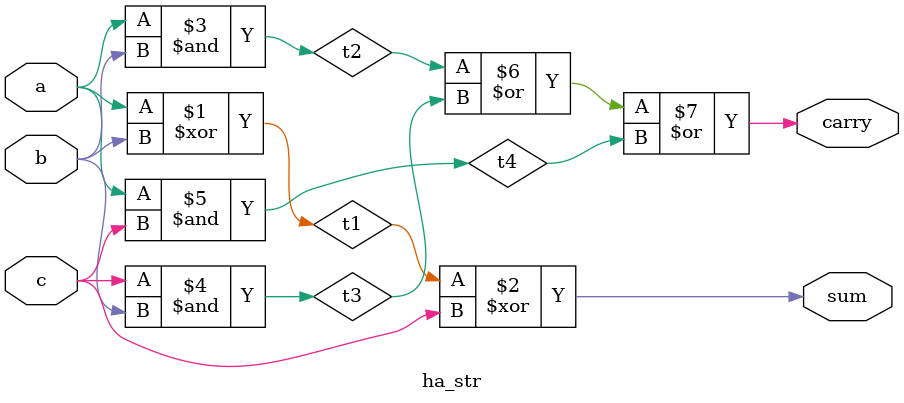
<source format=v>
`timescale 1ns / 1ps
module ha_str(
    input a,
    input b,
    input c,
    output sum,
    output carry
    );
    xor g1(t1,a,b);
    xor g2(sum,t1,c);
    and g3(t2,a,b);
    and g4(t3,c,b);
    and g5(t4,a,c);
    assign carry=t2|t3|t4;
    
    
endmodule

</source>
